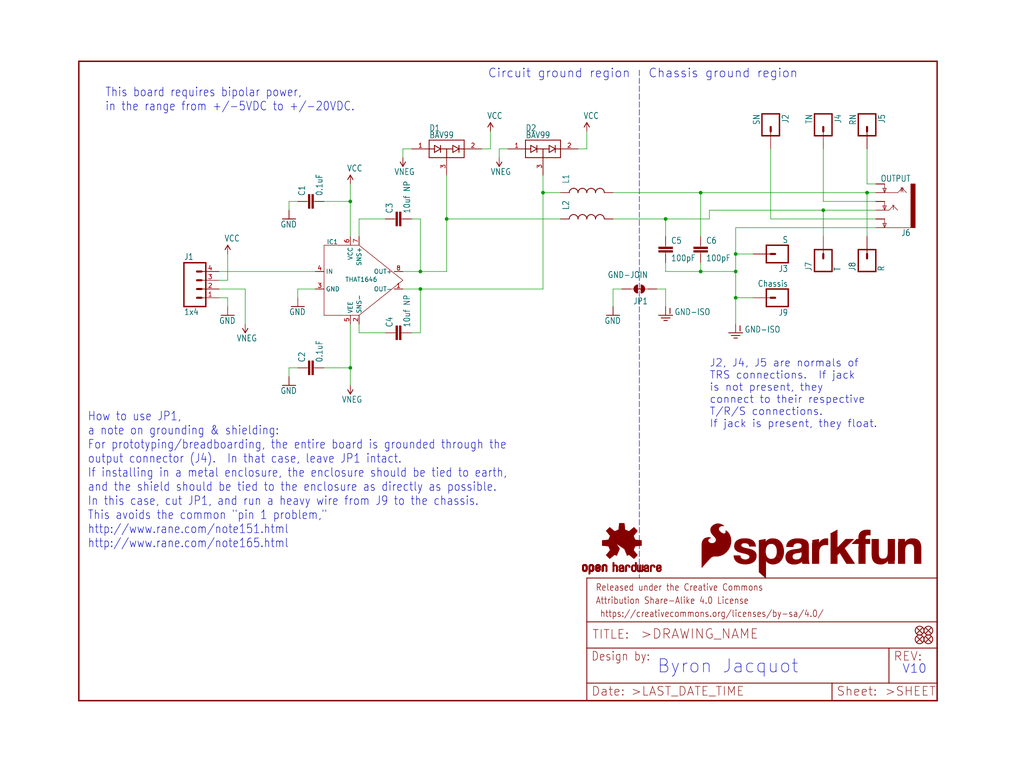
<source format=kicad_sch>
(kicad_sch (version 20211123) (generator eeschema)
  (paper "User" 297.002 223.926)
  (lib_symbols
    (symbol "eagleSchem-eagle-import:0.1UF-25V-5%(0603)"
      (property "Reference" "C" (at 1.524 2.921 0))
      (property "Value" "0.1UF-25V-5%(0603)" (at 1.524 -2.159 0))
      (symbol "0.1UF-25V-5%(0603)_1_0"
        (pin passive line (at 0 5.08 270) (length 2.54) (name "1") (number "1"))
        (pin passive line (at 0 -2.54 90) (length 2.54) (name "2") (number "2"))
      )
    )
    (symbol "eagleSchem-eagle-import:100PF-50V-5%(0603)"
      (property "Reference" "C" (at 1.524 2.921 0))
      (property "Value" "100PF-50V-5%(0603)" (at 1.524 -2.159 0))
      (symbol "100PF-50V-5%(0603)_1_0"
        (pin passive line (at 0 5.08 270) (length 2.54) (name "1") (number "1"))
        (pin passive line (at 0 -2.54 90) (length 2.54) (name "2") (number "2"))
      )
    )
    (symbol "eagleSchem-eagle-import:AUDIO_JACK_TRS_0.25{dblquote}_PTH_RA"
      (property "Reference" "J" (at -5.08 8.128 0))
      (property "Value" "AUDIO_JACK_TRS_0.25{dblquote}_PTH_RA" (at -5.08 -7.62 0))
      (symbol "AUDIO_JACK_TRS_0.25{dblquote}_PTH_RA_1_0"
        (text "R" (at -2.54 -2.54 0) (effects (font (size 1.27 1.0795)) (justify bottom)))
        (text "T" (at 0 2.54 0) (effects (font (size 1.27 1.0795)) (justify bottom)))
        (pin bidirectional line (at 5.08 -2.54 180) (length 2.54) (name "RING") (number "RING"))
        (pin bidirectional line (at 5.08 -5.08 180) (length 2.54) (name "RING-NORM") (number "RING-NORM"))
        (pin bidirectional line (at 5.08 7.62 180) (length 2.54) (name "EARTH") (number "SLEEVE"))
        (pin bidirectional line (at 5.08 5.08 180) (length 2.54) (name "EARTH-NORM") (number "SLEEVE-NORM"))
        (pin bidirectional line (at 5.08 2.54 180) (length 2.54) (name "TIP") (number "TIP"))
        (pin bidirectional line (at 5.08 0 180) (length 2.54) (name "TIP-NORM") (number "TIP-NORM"))
      )
    )
    (symbol "eagleSchem-eagle-import:BAV99"
      (property "Reference" "D" (at -5.08 5.08 0))
      (property "Value" "BAV99" (at -5.08 3.048 0))
      (symbol "BAV99_1_0"
        (pin bidirectional line (at -10.16 0 0) (length 5.08) (name "A1") (number "1"))
        (pin bidirectional line (at 10.16 0 180) (length 5.08) (name "C2") (number "2"))
        (pin bidirectional line (at 0 -7.62 90) (length 5.08) (name "COM") (number "3"))
      )
    )
    (symbol "eagleSchem-eagle-import:FIDUCIALUFIDUCIAL")
    (symbol "eagleSchem-eagle-import:FRAME-LETTER"
      (symbol "FRAME-LETTER_2_0"
        (text " https://creativecommons.org/licenses/by-sa/4.0/" (at 2.54 24.13 0) (effects (font (size 1.9304 1.6408)) (justify left bottom)))
        (text ">DRAWING_NAME" (at 15.494 17.78 0) (effects (font (size 2.7432 2.7432)) (justify left bottom)))
        (text ">LAST_DATE_TIME" (at 12.7 1.27 0) (effects (font (size 2.54 2.54)) (justify left bottom)))
        (text ">SHEET" (at 86.36 1.27 0) (effects (font (size 2.54 2.54)) (justify left bottom)))
        (text "Attribution Share-Alike 4.0 License" (at 2.54 27.94 0) (effects (font (size 1.9304 1.6408)) (justify left bottom)))
        (text "Date:" (at 1.27 1.27 0) (effects (font (size 2.54 2.54)) (justify left bottom)))
        (text "Design by:" (at 1.27 11.43 0) (effects (font (size 2.54 2.159)) (justify left bottom)))
        (text "Released under the Creative Commons" (at 2.54 31.75 0) (effects (font (size 1.9304 1.6408)) (justify left bottom)))
        (text "REV:" (at 88.9 11.43 0) (effects (font (size 2.54 2.54)) (justify left bottom)))
        (text "Sheet:" (at 72.39 1.27 0) (effects (font (size 2.54 2.54)) (justify left bottom)))
        (text "TITLE:" (at 1.524 17.78 0) (effects (font (size 2.54 2.54)) (justify left bottom)))
      )
    )
    (symbol "eagleSchem-eagle-import:GND" (power)
      (property "Value" "GND" (at -2.54 -2.54 0))
      (symbol "GND_1_0"
        (pin power_in line (at 0 2.54 270) (length 2.54) (name "GND") (number "1"))
      )
    )
    (symbol "eagleSchem-eagle-import:GND-ISO" (power)
      (property "Value" "GND-ISO" (at 2.54 0 0))
      (symbol "GND-ISO_1_0"
        (pin power_in line (at 0 2.54 270) (length 2.54) (name "GND-ISO") (number "1"))
      )
    )
    (symbol "eagleSchem-eagle-import:INDUCTOR0603"
      (property "Reference" "L" (at 2.54 5.08 0))
      (property "Value" "INDUCTOR0603" (at 2.54 -5.08 0))
      (symbol "INDUCTOR0603_1_0"
        (pin passive line (at 0 7.62 270) (length 2.54) (name "1") (number "1"))
        (pin passive line (at 0 -7.62 90) (length 2.54) (name "2") (number "2"))
      )
    )
    (symbol "eagleSchem-eagle-import:JUMPER-PAD-2-NC_BY_TRACE"
      (property "Reference" "JP" (at -2.54 2.54 0))
      (property "Value" "JUMPER-PAD-2-NC_BY_TRACE" (at -2.54 -5.08 0))
      (symbol "JUMPER-PAD-2-NC_BY_TRACE_1_0"
        (pin passive line (at -5.08 0 0) (length 2.54) (name "1") (number "1"))
        (pin passive line (at 5.08 0 180) (length 2.54) (name "2") (number "2"))
      )
    )
    (symbol "eagleSchem-eagle-import:M01PTH_NO_SILK_YES_STOP"
      (property "Reference" "J" (at -2.54 3.302 0))
      (property "Value" "M01PTH_NO_SILK_YES_STOP" (at -2.54 -5.08 0))
      (symbol "M01PTH_NO_SILK_YES_STOP_1_0"
        (pin passive line (at 7.62 0 180) (length 5.08) (name "1") (number "1"))
      )
    )
    (symbol "eagleSchem-eagle-import:M04NO_SILK_ALL_ROUND"
      (property "Reference" "J" (at -5.08 8.382 0))
      (property "Value" "M04NO_SILK_ALL_ROUND" (at -5.08 -7.62 0))
      (symbol "M04NO_SILK_ALL_ROUND_1_0"
        (pin passive line (at 5.08 -2.54 180) (length 5.08) (name "1") (number "1"))
        (pin passive line (at 5.08 0 180) (length 5.08) (name "2") (number "2"))
        (pin passive line (at 5.08 2.54 180) (length 5.08) (name "3") (number "3"))
        (pin passive line (at 5.08 5.08 180) (length 5.08) (name "4") (number "4"))
      )
    )
    (symbol "eagleSchem-eagle-import:OSHW-LOGOS")
    (symbol "eagleSchem-eagle-import:PANA-EEE-1EA100NP"
      (property "Reference" "C" (at 1.524 2.921 0))
      (property "Value" "PANA-EEE-1EA100NP" (at 1.524 -2.159 0))
      (symbol "PANA-EEE-1EA100NP_1_0"
        (pin passive line (at 0 5.08 270) (length 2.54) (name "1") (number "+"))
        (pin passive line (at 0 -2.54 90) (length 2.54) (name "2") (number "-"))
      )
    )
    (symbol "eagleSchem-eagle-import:SFE_LOGO_FLAME.2_INCH")
    (symbol "eagleSchem-eagle-import:SFE_LOGO_NAME.1_INCH")
    (symbol "eagleSchem-eagle-import:THAT1646"
      (property "Reference" "IC" (at 0.762 20.574 0))
      (property "Value" "THAT1646" (at 6.096 9.652 0))
      (symbol "THAT1646_1_0"
        (pin bidirectional line (at 22.86 7.62 180) (length 2.54) (name "OUT-") (number "1"))
        (pin bidirectional line (at 10.16 -2.54 90) (length 2.54) (name "SNS-") (number "2"))
        (pin bidirectional line (at -2.54 7.62 0) (length 2.54) (name "GND") (number "3"))
        (pin bidirectional line (at -2.54 12.7 0) (length 2.54) (name "IN") (number "4"))
        (pin bidirectional line (at 7.62 -2.54 90) (length 2.54) (name "VEE") (number "5"))
        (pin bidirectional line (at 7.62 22.86 270) (length 2.54) (name "VCC") (number "6"))
        (pin bidirectional line (at 10.16 22.86 270) (length 2.54) (name "SNS+") (number "7"))
        (pin bidirectional line (at 22.86 12.7 180) (length 2.54) (name "OUT+") (number "8"))
      )
    )
    (symbol "eagleSchem-eagle-import:VCC" (power)
      (property "Value" "VCC" (at -1.016 3.556 0))
      (symbol "VCC_1_0"
        (pin power_in line (at 0 0 90) (length 2.54) (name "VCC") (number "1"))
      )
    )
    (symbol "eagleSchem-eagle-import:VNEG" (power)
      (property "Value" "VNEG" (at -2.54 -2.54 0))
      (symbol "VNEG_1_0"
        (pin power_in line (at 0 2.54 270) (length 2.54) (name "VNEG") (number "1"))
      )
    )
  )
  (junction (at 101.6 106.68))
  (junction (at 213.36 86.36))
  (junction (at 157.48 55.88))
  (junction (at 213.36 73.66))
  (junction (at 129.54 63.5))
  (junction (at 101.6 58.42))
  (junction (at 238.76 60.96))
  (junction (at 203.2 55.88))
  (junction (at 121.92 83.82))
  (junction (at 203.2 78.74))
  (junction (at 251.46 55.88))
  (junction (at 193.04 63.5))
  (junction (at 121.92 78.74))
  (junction (at 213.36 78.74))
  (wire (pts (xy 238.76 60.96) (xy 254 60.96)))
  (wire (pts (xy 86.36 106.68) (xy 83.82 106.68)))
  (wire (pts (xy 193.04 76.2) (xy 193.04 78.74)))
  (wire (pts (xy 86.36 86.36) (xy 86.36 83.82)))
  (wire (pts (xy 121.92 96.52) (xy 121.92 83.82)))
  (wire (pts (xy 104.14 68.58) (xy 104.14 63.5)))
  (wire (pts (xy 157.48 83.82) (xy 157.48 55.88)))
  (wire (pts (xy 223.52 63.5) (xy 223.52 43.18)))
  (wire (pts (xy 93.98 58.42) (xy 101.6 58.42)))
  (wire (pts (xy 116.84 78.74) (xy 121.92 78.74)))
  (wire (pts (xy 83.82 58.42) (xy 83.82 60.96)))
  (wire (pts (xy 193.04 78.74) (xy 203.2 78.74)))
  (wire (pts (xy 157.48 50.8) (xy 157.48 55.88)))
  (wire (pts (xy 213.36 93.98) (xy 213.36 86.36)))
  (wire (pts (xy 101.6 111.76) (xy 101.6 106.68)))
  (wire (pts (xy 238.76 58.42) (xy 238.76 43.18)))
  (wire (pts (xy 116.84 45.72) (xy 116.84 43.18)))
  (wire (pts (xy 142.24 43.18) (xy 142.24 38.1)))
  (wire (pts (xy 119.38 96.52) (xy 121.92 96.52)))
  (wire (pts (xy 111.76 96.52) (xy 104.14 96.52)))
  (wire (pts (xy 86.36 58.42) (xy 83.82 58.42)))
  (wire (pts (xy 167.64 43.18) (xy 170.18 43.18)))
  (wire (pts (xy 177.8 63.5) (xy 193.04 63.5)))
  (wire (pts (xy 66.04 81.28) (xy 66.04 73.66)))
  (wire (pts (xy 129.54 63.5) (xy 162.56 63.5)))
  (wire (pts (xy 213.36 78.74) (xy 213.36 86.36)))
  (wire (pts (xy 144.78 43.18) (xy 147.32 43.18)))
  (wire (pts (xy 139.7 43.18) (xy 142.24 43.18)))
  (wire (pts (xy 218.44 73.66) (xy 213.36 73.66)))
  (wire (pts (xy 193.04 83.82) (xy 190.5 83.82)))
  (wire (pts (xy 121.92 63.5) (xy 121.92 78.74)))
  (wire (pts (xy 101.6 58.42) (xy 101.6 68.58)))
  (wire (pts (xy 144.78 45.72) (xy 144.78 43.18)))
  (wire (pts (xy 119.38 63.5) (xy 121.92 63.5)))
  (wire (pts (xy 251.46 53.34) (xy 251.46 43.18)))
  (wire (pts (xy 66.04 86.36) (xy 63.5 86.36)))
  (wire (pts (xy 193.04 63.5) (xy 205.74 63.5)))
  (wire (pts (xy 254 55.88) (xy 251.46 55.88)))
  (wire (pts (xy 193.04 88.9) (xy 193.04 83.82)))
  (wire (pts (xy 251.46 55.88) (xy 203.2 55.88)))
  (wire (pts (xy 203.2 78.74) (xy 213.36 78.74)))
  (wire (pts (xy 101.6 106.68) (xy 101.6 93.98)))
  (wire (pts (xy 104.14 96.52) (xy 104.14 93.98)))
  (wire (pts (xy 66.04 88.9) (xy 66.04 86.36)))
  (wire (pts (xy 254 63.5) (xy 223.52 63.5)))
  (wire (pts (xy 238.76 68.58) (xy 238.76 60.96)))
  (wire (pts (xy 205.74 60.96) (xy 238.76 60.96)))
  (wire (pts (xy 157.48 55.88) (xy 162.56 55.88)))
  (wire (pts (xy 129.54 78.74) (xy 129.54 63.5)))
  (wire (pts (xy 63.5 81.28) (xy 66.04 81.28)))
  (wire (pts (xy 177.8 88.9) (xy 177.8 83.82)))
  (wire (pts (xy 203.2 76.2) (xy 203.2 78.74)))
  (wire (pts (xy 71.12 83.82) (xy 71.12 93.98)))
  (wire (pts (xy 63.5 83.82) (xy 71.12 83.82)))
  (wire (pts (xy 213.36 78.74) (xy 213.36 73.66)))
  (wire (pts (xy 213.36 73.66) (xy 213.36 66.04)))
  (wire (pts (xy 203.2 55.88) (xy 177.8 55.88)))
  (wire (pts (xy 86.36 83.82) (xy 91.44 83.82)))
  (wire (pts (xy 104.14 63.5) (xy 111.76 63.5)))
  (wire (pts (xy 213.36 66.04) (xy 254 66.04)))
  (wire (pts (xy 116.84 43.18) (xy 119.38 43.18)))
  (wire (pts (xy 121.92 78.74) (xy 129.54 78.74)))
  (wire (pts (xy 63.5 78.74) (xy 91.44 78.74)))
  (wire (pts (xy 203.2 68.58) (xy 203.2 55.88)))
  (wire (pts (xy 83.82 106.68) (xy 83.82 109.22)))
  (wire (pts (xy 193.04 63.5) (xy 193.04 68.58)))
  (wire (pts (xy 93.98 106.68) (xy 101.6 106.68)))
  (wire (pts (xy 205.74 63.5) (xy 205.74 60.96)))
  (polyline (pts (xy 185.42 20.32) (xy 185.42 167.64)))
  (wire (pts (xy 116.84 83.82) (xy 121.92 83.82)))
  (wire (pts (xy 121.92 83.82) (xy 157.48 83.82)))
  (wire (pts (xy 213.36 86.36) (xy 218.44 86.36)))
  (wire (pts (xy 254 58.42) (xy 238.76 58.42)))
  (wire (pts (xy 177.8 83.82) (xy 180.34 83.82)))
  (wire (pts (xy 101.6 53.34) (xy 101.6 58.42)))
  (wire (pts (xy 170.18 43.18) (xy 170.18 38.1)))
  (wire (pts (xy 251.46 68.58) (xy 251.46 55.88)))
  (wire (pts (xy 254 53.34) (xy 251.46 53.34)))
  (wire (pts (xy 129.54 50.8) (xy 129.54 63.5)))
  (text "This board requires bipolar power,\nin the range from +/-5VDC to +/-20VDC." (at 30.48 25.4 0) (effects (font (size 2.54 2.159)) (justify left top)))
  (text "How to use JP1,\na note on grounding & shielding:\nFor prototyping/breadboarding, the entire board is grounded through the\noutput connector (J4).  In that case, leave JP1 intact.\nIf installing in a metal enclosure, the enclosure should be tied to earth,\nand the shield should be tied to the enclosure as directly as possible.\nIn this case, cut JP1, and run a heavy wire from J9 to the chassis.\nThis avoids the common \"pin 1 problem,\"\nhttp://www.rane.com/note151.html\nhttp://www.rane.com/note165.html" (at 25.4 119.38 0) (effects (font (size 2.54 2.159)) (justify left top)))
  (text "Chassis ground region" (at 187.96 22.86 180) (effects (font (size 2.54 2.54)) (justify left bottom)))
  (text "Byron Jacquot" (at 190.5 195.58 180) (effects (font (size 3.81 3.81)) (justify left bottom)))
  (text "J2, J4, J5 are normals of\nTRS connections.  If jack\nis not present, they\nconnect to their respective\nT/R/S connections.\nIf jack is present, they float." (at 205.74 104.14 0) (effects (font (size 2.1844 2.1844)) (justify left top)))
  (text "Circuit ground region" (at 182.88 22.86 180) (effects (font (size 2.54 2.54)) (justify right bottom)))
  (text "V10" (at 261.62 195.58 180) (effects (font (size 2.54 2.54)) (justify left bottom)))
  (symbol (lib_id "eagleSchem-eagle-import:FRAME-LETTER") (at 22.86 203.2 0) (unit 1)
    (property "Reference" "FRAME1" (effects hide))
    (property "Value" "FRAME-LETTER" (effects hide))
    (property "Footprint" "eagleSchem:CREATIVE_COMMONS" (effects hide))
  )
  (symbol (lib_id "eagleSchem-eagle-import:GND") (at 66.04 91.44 0) (unit 1)
    (property "Reference" "#GND1" (effects hide))
    (property "Value" "GND" (at 63.5 93.98 0) (effects (font (size 1.778 1.5113)) (justify left bottom)))
    (property "Footprint" "eagleSchem:" (effects hide))
  )
  (symbol (lib_id "eagleSchem-eagle-import:GND-ISO") (at 213.36 96.52 0) (unit 1)
    (property "Reference" "#GND-ISO2" (effects hide))
    (property "Value" "GND-ISO" (at 215.9 96.52 0) (effects (font (size 1.778 1.5113)) (justify left bottom)))
    (property "Footprint" "eagleSchem:" (effects hide))
  )
  (symbol (lib_id "eagleSchem-eagle-import:PANA-EEE-1EA100NP") (at 116.84 63.5 90) (unit 1)
    (property "Reference" "C3" (at 113.919 61.976 0) (effects (font (size 1.778 1.5113)) (justify left bottom)))
    (property "Value" "10uf NP" (at 118.999 61.976 0) (effects (font (size 1.778 1.5113)) (justify left bottom)))
    (property "Footprint" "eagleSchem:PANASONIC_D" (effects hide))
  )
  (symbol (lib_id "eagleSchem-eagle-import:OSHW-LOGOS") (at 180.34 157.48 0) (unit 1)
    (property "Reference" "LOGO1" (effects hide))
    (property "Value" "OSHW-LOGOS" (effects hide))
    (property "Footprint" "eagleSchem:OSHW-LOGO-S" (effects hide))
  )
  (symbol (lib_id "eagleSchem-eagle-import:M01PTH_NO_SILK_YES_STOP") (at 251.46 76.2 90) (unit 1)
    (property "Reference" "J8" (at 248.158 78.74 0) (effects (font (size 1.778 1.5113)) (justify left bottom)))
    (property "Value" "R" (at 256.54 78.74 0) (effects (font (size 1.778 1.5113)) (justify left bottom)))
    (property "Footprint" "eagleSchem:1X01_NO_SILK" (effects hide))
  )
  (symbol (lib_id "eagleSchem-eagle-import:GND") (at 83.82 63.5 0) (unit 1)
    (property "Reference" "#GND2" (effects hide))
    (property "Value" "GND" (at 81.28 66.04 0) (effects (font (size 1.778 1.5113)) (justify left bottom)))
    (property "Footprint" "eagleSchem:" (effects hide))
  )
  (symbol (lib_id "eagleSchem-eagle-import:GND") (at 83.82 111.76 0) (unit 1)
    (property "Reference" "#GND3" (effects hide))
    (property "Value" "GND" (at 81.28 114.3 0) (effects (font (size 1.778 1.5113)) (justify left bottom)))
    (property "Footprint" "eagleSchem:" (effects hide))
  )
  (symbol (lib_id "eagleSchem-eagle-import:VCC") (at 66.04 73.66 0) (unit 1)
    (property "Reference" "#SUPPLY1" (effects hide))
    (property "Value" "VCC" (at 65.024 70.104 0) (effects (font (size 1.778 1.5113)) (justify left bottom)))
    (property "Footprint" "eagleSchem:" (effects hide))
  )
  (symbol (lib_id "eagleSchem-eagle-import:AUDIO_JACK_TRS_0.25{dblquote}_PTH_RA") (at 259.08 58.42 180) (unit 1)
    (property "Reference" "J6" (at 264.16 66.548 0) (effects (font (size 1.778 1.5113)) (justify left bottom)))
    (property "Value" "OUTPUT" (at 264.16 50.8 0) (effects (font (size 1.778 1.5113)) (justify left bottom)))
    (property "Footprint" "eagleSchem:AUDIO_JACK_0.25__TRS_PTH_RA" (effects hide))
  )
  (symbol (lib_id "eagleSchem-eagle-import:100PF-50V-5%(0603)") (at 203.2 73.66 0) (unit 1)
    (property "Reference" "C6" (at 204.724 70.739 0) (effects (font (size 1.778 1.5113)) (justify left bottom)))
    (property "Value" "100pF" (at 204.724 75.819 0) (effects (font (size 1.778 1.5113)) (justify left bottom)))
    (property "Footprint" "eagleSchem:0603-CAP" (effects hide))
  )
  (symbol (lib_id "eagleSchem-eagle-import:VNEG") (at 71.12 96.52 0) (unit 1)
    (property "Reference" "#SUPPLY2" (effects hide))
    (property "Value" "VNEG" (at 68.58 99.06 0) (effects (font (size 1.778 1.5113)) (justify left bottom)))
    (property "Footprint" "eagleSchem:" (effects hide))
  )
  (symbol (lib_id "eagleSchem-eagle-import:M04NO_SILK_ALL_ROUND") (at 58.42 83.82 0) (unit 1)
    (property "Reference" "J1" (at 53.34 75.438 0) (effects (font (size 1.778 1.5113)) (justify left bottom)))
    (property "Value" "1x4" (at 53.34 91.44 0) (effects (font (size 1.778 1.5113)) (justify left bottom)))
    (property "Footprint" "eagleSchem:1X04_NO_SILK_ALL_ROUND" (effects hide))
  )
  (symbol (lib_id "eagleSchem-eagle-import:GND") (at 177.8 91.44 0) (unit 1)
    (property "Reference" "#GND5" (effects hide))
    (property "Value" "GND" (at 175.26 93.98 0) (effects (font (size 1.778 1.5113)) (justify left bottom)))
    (property "Footprint" "eagleSchem:" (effects hide))
  )
  (symbol (lib_id "eagleSchem-eagle-import:BAV99") (at 157.48 43.18 0) (unit 1)
    (property "Reference" "D2" (at 152.4 38.1 0) (effects (font (size 1.778 1.5113)) (justify left bottom)))
    (property "Value" "BAV99" (at 152.4 40.132 0) (effects (font (size 1.778 1.5113)) (justify left bottom)))
    (property "Footprint" "eagleSchem:SOT23-3" (effects hide))
  )
  (symbol (lib_id "eagleSchem-eagle-import:VCC") (at 170.18 38.1 0) (unit 1)
    (property "Reference" "#SUPPLY8" (effects hide))
    (property "Value" "VCC" (at 169.164 34.544 0) (effects (font (size 1.778 1.5113)) (justify left bottom)))
    (property "Footprint" "eagleSchem:" (effects hide))
  )
  (symbol (lib_id "eagleSchem-eagle-import:M01PTH_NO_SILK_YES_STOP") (at 226.06 73.66 180) (unit 1)
    (property "Reference" "J3" (at 228.6 76.962 0) (effects (font (size 1.778 1.5113)) (justify left bottom)))
    (property "Value" "S" (at 228.6 68.58 0) (effects (font (size 1.778 1.5113)) (justify left bottom)))
    (property "Footprint" "eagleSchem:1X01_NO_SILK" (effects hide))
  )
  (symbol (lib_id "eagleSchem-eagle-import:M01PTH_NO_SILK_YES_STOP") (at 238.76 76.2 90) (unit 1)
    (property "Reference" "J7" (at 235.458 78.74 0) (effects (font (size 1.778 1.5113)) (justify left bottom)))
    (property "Value" "T" (at 243.84 78.74 0) (effects (font (size 1.778 1.5113)) (justify left bottom)))
    (property "Footprint" "eagleSchem:1X01_NO_SILK" (effects hide))
  )
  (symbol (lib_id "eagleSchem-eagle-import:FIDUCIALUFIDUCIAL") (at 269.24 182.88 0) (unit 1)
    (property "Reference" "FD3" (effects hide))
    (property "Value" "FIDUCIALUFIDUCIAL" (effects hide))
    (property "Footprint" "eagleSchem:MICRO-FIDUCIAL" (effects hide))
  )
  (symbol (lib_id "eagleSchem-eagle-import:M01PTH_NO_SILK_YES_STOP") (at 223.52 35.56 270) (unit 1)
    (property "Reference" "J2" (at 226.822 33.02 0) (effects (font (size 1.778 1.5113)) (justify left bottom)))
    (property "Value" "SN" (at 218.44 33.02 0) (effects (font (size 1.778 1.5113)) (justify left bottom)))
    (property "Footprint" "eagleSchem:1X01_NO_SILK" (effects hide))
  )
  (symbol (lib_id "eagleSchem-eagle-import:0.1UF-25V-5%(0603)") (at 91.44 106.68 90) (unit 1)
    (property "Reference" "C2" (at 88.519 105.156 0) (effects (font (size 1.778 1.5113)) (justify left bottom)))
    (property "Value" "0.1uF" (at 93.599 105.156 0) (effects (font (size 1.778 1.5113)) (justify left bottom)))
    (property "Footprint" "eagleSchem:0603-CAP" (effects hide))
  )
  (symbol (lib_id "eagleSchem-eagle-import:INDUCTOR0603") (at 170.18 55.88 90) (unit 1)
    (property "Reference" "L1" (at 165.1 53.34 0) (effects (font (size 1.778 1.5113)) (justify left bottom)))
    (property "Value" "27uH" (at 175.26 53.34 0) (effects (font (size 1.778 1.5113)) (justify left bottom)))
    (property "Footprint" "eagleSchem:0603" (effects hide))
    (property "Value" "27uH" (effects hide))
  )
  (symbol (lib_id "eagleSchem-eagle-import:VCC") (at 142.24 38.1 0) (unit 1)
    (property "Reference" "#SUPPLY6" (effects hide))
    (property "Value" "VCC" (at 141.224 34.544 0) (effects (font (size 1.778 1.5113)) (justify left bottom)))
    (property "Footprint" "eagleSchem:" (effects hide))
  )
  (symbol (lib_id "eagleSchem-eagle-import:FIDUCIALUFIDUCIAL") (at 266.7 182.88 0) (unit 1)
    (property "Reference" "FD1" (effects hide))
    (property "Value" "FIDUCIALUFIDUCIAL" (effects hide))
    (property "Footprint" "eagleSchem:MICRO-FIDUCIAL" (effects hide))
  )
  (symbol (lib_id "eagleSchem-eagle-import:GND-ISO") (at 193.04 91.44 0) (unit 1)
    (property "Reference" "#GND-ISO1" (effects hide))
    (property "Value" "GND-ISO" (at 195.58 91.44 0) (effects (font (size 1.778 1.5113)) (justify left bottom)))
    (property "Footprint" "eagleSchem:" (effects hide))
  )
  (symbol (lib_id "eagleSchem-eagle-import:FIDUCIALUFIDUCIAL") (at 266.7 185.42 0) (unit 1)
    (property "Reference" "FD2" (effects hide))
    (property "Value" "FIDUCIALUFIDUCIAL" (effects hide))
    (property "Footprint" "eagleSchem:MICRO-FIDUCIAL" (effects hide))
  )
  (symbol (lib_id "eagleSchem-eagle-import:0.1UF-25V-5%(0603)") (at 91.44 58.42 90) (unit 1)
    (property "Reference" "C1" (at 88.519 56.896 0) (effects (font (size 1.778 1.5113)) (justify left bottom)))
    (property "Value" "0.1uF" (at 93.599 56.896 0) (effects (font (size 1.778 1.5113)) (justify left bottom)))
    (property "Footprint" "eagleSchem:0603-CAP" (effects hide))
  )
  (symbol (lib_id "eagleSchem-eagle-import:FIDUCIALUFIDUCIAL") (at 269.24 185.42 0) (unit 1)
    (property "Reference" "FD4" (effects hide))
    (property "Value" "FIDUCIALUFIDUCIAL" (effects hide))
    (property "Footprint" "eagleSchem:MICRO-FIDUCIAL" (effects hide))
  )
  (symbol (lib_id "eagleSchem-eagle-import:SFE_LOGO_FLAME.2_INCH") (at 203.2 165.1 0) (unit 1)
    (property "Reference" "LOGO4" (effects hide))
    (property "Value" "SFE_LOGO_FLAME.2_INCH" (effects hide))
    (property "Footprint" "eagleSchem:SFE_LOGO_FLAME_.2" (effects hide))
  )
  (symbol (lib_id "eagleSchem-eagle-import:VNEG") (at 101.6 114.3 0) (unit 1)
    (property "Reference" "#SUPPLY4" (effects hide))
    (property "Value" "VNEG" (at 99.06 116.84 0) (effects (font (size 1.778 1.5113)) (justify left bottom)))
    (property "Footprint" "eagleSchem:" (effects hide))
  )
  (symbol (lib_id "eagleSchem-eagle-import:VNEG") (at 116.84 48.26 0) (unit 1)
    (property "Reference" "#SUPPLY5" (effects hide))
    (property "Value" "VNEG" (at 114.3 50.8 0) (effects (font (size 1.778 1.5113)) (justify left bottom)))
    (property "Footprint" "eagleSchem:" (effects hide))
  )
  (symbol (lib_id "eagleSchem-eagle-import:JUMPER-PAD-2-NC_BY_TRACE") (at 185.42 83.82 180) (unit 1)
    (property "Reference" "JP1" (at 187.96 86.36 0) (effects (font (size 1.778 1.5113)) (justify left bottom)))
    (property "Value" "GND-JOIN" (at 187.96 78.74 0) (effects (font (size 1.778 1.5113)) (justify left bottom)))
    (property "Footprint" "eagleSchem:PAD-JUMPER-2-NC_BY_TRACE_YES_SILK" (effects hide))
  )
  (symbol (lib_id "eagleSchem-eagle-import:GND") (at 86.36 88.9 0) (unit 1)
    (property "Reference" "#GND4" (effects hide))
    (property "Value" "GND" (at 83.82 91.44 0) (effects (font (size 1.778 1.5113)) (justify left bottom)))
    (property "Footprint" "eagleSchem:" (effects hide))
  )
  (symbol (lib_id "eagleSchem-eagle-import:VCC") (at 101.6 53.34 0) (unit 1)
    (property "Reference" "#SUPPLY3" (effects hide))
    (property "Value" "VCC" (at 100.584 49.784 0) (effects (font (size 1.778 1.5113)) (justify left bottom)))
    (property "Footprint" "eagleSchem:" (effects hide))
  )
  (symbol (lib_id "eagleSchem-eagle-import:FRAME-LETTER") (at 170.18 203.2 0) (unit 2)
    (property "Reference" "FRAME1" (effects hide))
    (property "Value" "FRAME-LETTER" (effects hide))
    (property "Footprint" "eagleSchem:CREATIVE_COMMONS" (effects hide))
  )
  (symbol (lib_id "eagleSchem-eagle-import:OSHW-LOGOS") (at 180.34 157.48 0) (unit 1)
    (property "Reference" "LOGO2" (effects hide))
    (property "Value" "OSHW-LOGOS" (effects hide))
    (property "Footprint" "eagleSchem:OSHW-LOGO-S" (effects hide))
  )
  (symbol (lib_id "eagleSchem-eagle-import:100PF-50V-5%(0603)") (at 193.04 73.66 0) (unit 1)
    (property "Reference" "C5" (at 194.564 70.739 0) (effects (font (size 1.778 1.5113)) (justify left bottom)))
    (property "Value" "100pF" (at 194.564 75.819 0) (effects (font (size 1.778 1.5113)) (justify left bottom)))
    (property "Footprint" "eagleSchem:0603-CAP" (effects hide))
  )
  (symbol (lib_id "eagleSchem-eagle-import:M01PTH_NO_SILK_YES_STOP") (at 226.06 86.36 180) (unit 1)
    (property "Reference" "J9" (at 228.6 89.662 0) (effects (font (size 1.778 1.5113)) (justify left bottom)))
    (property "Value" "Chassis" (at 228.6 81.28 0) (effects (font (size 1.778 1.5113)) (justify left bottom)))
    (property "Footprint" "eagleSchem:1X01_NO_SILK" (effects hide))
  )
  (symbol (lib_id "eagleSchem-eagle-import:M01PTH_NO_SILK_YES_STOP") (at 251.46 35.56 270) (unit 1)
    (property "Reference" "J5" (at 254.762 33.02 0) (effects (font (size 1.778 1.5113)) (justify left bottom)))
    (property "Value" "RN" (at 246.38 33.02 0) (effects (font (size 1.778 1.5113)) (justify left bottom)))
    (property "Footprint" "eagleSchem:1X01_NO_SILK" (effects hide))
  )
  (symbol (lib_id "eagleSchem-eagle-import:BAV99") (at 129.54 43.18 0) (unit 1)
    (property "Reference" "D1" (at 124.46 38.1 0) (effects (font (size 1.778 1.5113)) (justify left bottom)))
    (property "Value" "BAV99" (at 124.46 40.132 0) (effects (font (size 1.778 1.5113)) (justify left bottom)))
    (property "Footprint" "eagleSchem:SOT23-3" (effects hide))
  )
  (symbol (lib_id "eagleSchem-eagle-import:THAT1646") (at 93.98 91.44 0) (unit 1)
    (property "Reference" "IC1" (at 94.742 70.866 0) (effects (justify left bottom)))
    (property "Value" "THAT1646" (at 100.076 81.788 0) (effects (justify left bottom)))
    (property "Footprint" "eagleSchem:SO08" (effects hide))
  )
  (symbol (lib_id "eagleSchem-eagle-import:INDUCTOR0603") (at 170.18 63.5 90) (unit 1)
    (property "Reference" "L2" (at 165.1 60.96 0) (effects (font (size 1.778 1.5113)) (justify left bottom)))
    (property "Value" "27uH" (at 175.26 60.96 0) (effects (font (size 1.778 1.5113)) (justify left bottom)))
    (property "Footprint" "eagleSchem:0603" (effects hide))
    (property "Value" "27uH" (effects hide))
  )
  (symbol (lib_id "eagleSchem-eagle-import:SFE_LOGO_NAME.1_INCH") (at 210.82 167.64 0) (unit 1)
    (property "Reference" "LOGO5" (effects hide))
    (property "Value" "SFE_LOGO_NAME.1_INCH" (effects hide))
    (property "Footprint" "eagleSchem:SFE_LOGO_NAME_.1" (effects hide))
  )
  (symbol (lib_id "eagleSchem-eagle-import:M01PTH_NO_SILK_YES_STOP") (at 238.76 35.56 270) (unit 1)
    (property "Reference" "J4" (at 242.062 33.02 0) (effects (font (size 1.778 1.5113)) (justify left bottom)))
    (property "Value" "TN" (at 233.68 33.02 0) (effects (font (size 1.778 1.5113)) (justify left bottom)))
    (property "Footprint" "eagleSchem:1X01_NO_SILK" (effects hide))
  )
  (symbol (lib_id "eagleSchem-eagle-import:VNEG") (at 144.78 48.26 0) (unit 1)
    (property "Reference" "#SUPPLY7" (effects hide))
    (property "Value" "VNEG" (at 142.24 50.8 0) (effects (font (size 1.778 1.5113)) (justify left bottom)))
    (property "Footprint" "eagleSchem:" (effects hide))
  )
  (symbol (lib_id "eagleSchem-eagle-import:PANA-EEE-1EA100NP") (at 116.84 96.52 90) (unit 1)
    (property "Reference" "C4" (at 113.919 94.996 0) (effects (font (size 1.778 1.5113)) (justify left bottom)))
    (property "Value" "10uf NP" (at 118.999 94.996 0) (effects (font (size 1.778 1.5113)) (justify left bottom)))
    (property "Footprint" "eagleSchem:PANASONIC_D" (effects hide))
  )
)
</source>
